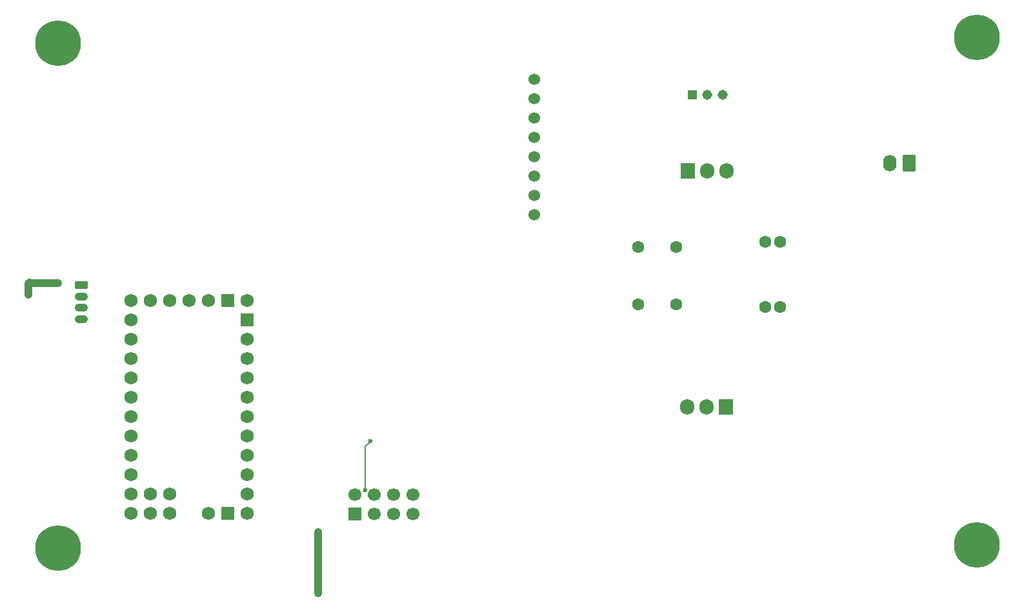
<source format=gbr>
%TF.GenerationSoftware,KiCad,Pcbnew,8.0.4*%
%TF.CreationDate,2024-08-12T16:36:46-06:00*%
%TF.ProjectId,eTerrena,65546572-7265-46e6-912e-6b696361645f,rev?*%
%TF.SameCoordinates,Original*%
%TF.FileFunction,Copper,L1,Top*%
%TF.FilePolarity,Positive*%
%FSLAX46Y46*%
G04 Gerber Fmt 4.6, Leading zero omitted, Abs format (unit mm)*
G04 Created by KiCad (PCBNEW 8.0.4) date 2024-08-12 16:36:46*
%MOMM*%
%LPD*%
G01*
G04 APERTURE LIST*
G04 Aperture macros list*
%AMRoundRect*
0 Rectangle with rounded corners*
0 $1 Rounding radius*
0 $2 $3 $4 $5 $6 $7 $8 $9 X,Y pos of 4 corners*
0 Add a 4 corners polygon primitive as box body*
4,1,4,$2,$3,$4,$5,$6,$7,$8,$9,$2,$3,0*
0 Add four circle primitives for the rounded corners*
1,1,$1+$1,$2,$3*
1,1,$1+$1,$4,$5*
1,1,$1+$1,$6,$7*
1,1,$1+$1,$8,$9*
0 Add four rect primitives between the rounded corners*
20,1,$1+$1,$2,$3,$4,$5,0*
20,1,$1+$1,$4,$5,$6,$7,0*
20,1,$1+$1,$6,$7,$8,$9,0*
20,1,$1+$1,$8,$9,$2,$3,0*%
G04 Aperture macros list end*
%TA.AperFunction,ComponentPad*%
%ADD10C,1.600000*%
%TD*%
%TA.AperFunction,ComponentPad*%
%ADD11C,1.530000*%
%TD*%
%TA.AperFunction,ComponentPad*%
%ADD12C,6.000000*%
%TD*%
%TA.AperFunction,ComponentPad*%
%ADD13R,1.308000X1.308000*%
%TD*%
%TA.AperFunction,ComponentPad*%
%ADD14C,1.308000*%
%TD*%
%TA.AperFunction,ComponentPad*%
%ADD15RoundRect,0.250000X0.620000X0.845000X-0.620000X0.845000X-0.620000X-0.845000X0.620000X-0.845000X0*%
%TD*%
%TA.AperFunction,ComponentPad*%
%ADD16O,1.740000X2.190000*%
%TD*%
%TA.AperFunction,ComponentPad*%
%ADD17C,1.727200*%
%TD*%
%TA.AperFunction,ComponentPad*%
%ADD18R,1.727200X1.727200*%
%TD*%
%TA.AperFunction,ComponentPad*%
%ADD19RoundRect,0.250000X-0.615000X0.265000X-0.615000X-0.265000X0.615000X-0.265000X0.615000X0.265000X0*%
%TD*%
%TA.AperFunction,ComponentPad*%
%ADD20O,1.730000X1.030000*%
%TD*%
%TA.AperFunction,ComponentPad*%
%ADD21R,1.700000X1.700000*%
%TD*%
%TA.AperFunction,ComponentPad*%
%ADD22C,1.700000*%
%TD*%
%TA.AperFunction,ComponentPad*%
%ADD23R,1.905000X2.000000*%
%TD*%
%TA.AperFunction,ComponentPad*%
%ADD24O,1.905000X2.000000*%
%TD*%
%TA.AperFunction,ViaPad*%
%ADD25C,0.600000*%
%TD*%
%TA.AperFunction,Conductor*%
%ADD26C,0.200000*%
%TD*%
%TA.AperFunction,Conductor*%
%ADD27C,1.000000*%
%TD*%
G04 APERTURE END LIST*
D10*
%TO.P,cElectrolitico1,1*%
%TO.N,3.3v*%
X180650000Y-108825000D03*
%TO.P,cElectrolitico1,2*%
%TO.N,GND*%
X178650000Y-108825000D03*
%TD*%
%TO.P,cCeramicoDisco2,1*%
%TO.N,Net-(regulador3V1-Vin)*%
X162000000Y-108500000D03*
%TO.P,cCeramicoDisco2,2*%
%TO.N,GND*%
X167000000Y-108500000D03*
%TD*%
D11*
%TO.P,microSDBreakoutboard+1,1,CD*%
%TO.N,unconnected-(microSDBreakoutboard+1-CD-Pad1)*%
X148366000Y-78950000D03*
%TO.P,microSDBreakoutboard+1,2,CS*%
%TO.N,Net-(microSDBreakoutboard+1-CS)*%
X148366000Y-81490000D03*
%TO.P,microSDBreakoutboard+1,3,DI*%
%TO.N,Net-(Radio1-MOSI)*%
X148366000Y-84030000D03*
%TO.P,microSDBreakoutboard+1,4,DO*%
%TO.N,Net-(Radio1-MISO)*%
X148366000Y-86570000D03*
%TO.P,microSDBreakoutboard+1,5,CLK*%
%TO.N,Net-(Radio1-SCK)*%
X148366000Y-89110000D03*
%TO.P,microSDBreakoutboard+1,6,GND*%
%TO.N,GND*%
X148366000Y-91650000D03*
%TO.P,microSDBreakoutboard+1,7,3V*%
%TO.N,unconnected-(microSDBreakoutboard+1-3V-Pad7)*%
X148366000Y-94190000D03*
%TO.P,microSDBreakoutboard+1,8,5V*%
%TO.N,+3.3V*%
X148366000Y-96730000D03*
%TD*%
D12*
%TO.P,tornillo2,2*%
%TO.N,N/C*%
X206450000Y-73500000D03*
%TD*%
D13*
%TO.P,Switch1,1,1*%
%TO.N,+9V*%
X169100000Y-81000000D03*
D14*
%TO.P,Switch1,2,2*%
%TO.N,Net-(regulador3V1-Vin)*%
X171100000Y-81000000D03*
%TO.P,Switch1,3,3*%
%TO.N,unconnected-(Switch1-Pad3)*%
X173100000Y-81000000D03*
%TD*%
D10*
%TO.P,cCeramicoDisco1,1*%
%TO.N,Net-(regulador3V1-Vin)*%
X162000000Y-101000000D03*
%TO.P,cCeramicoDisco1,2*%
%TO.N,GND*%
X167000000Y-101000000D03*
%TD*%
D15*
%TO.P,SocketEntrada1,1,Pin_1*%
%TO.N,+9V*%
X197600000Y-90000000D03*
D16*
%TO.P,SocketEntrada1,2,Pin_2*%
%TO.N,GND*%
X195060000Y-90000000D03*
%TD*%
D12*
%TO.P,tornillo1,1*%
%TO.N,N/C*%
X85875000Y-74250000D03*
%TD*%
D17*
%TO.P,ArduinoMini5,5V1,5V*%
%TO.N,+3.3V*%
X110700000Y-115620000D03*
%TO.P,ArduinoMini5,5V2,SPI_5V*%
%TO.N,unconnected-(ArduinoMini5-SPI_5V-Pad5V2)*%
X105620000Y-108000000D03*
%TO.P,ArduinoMini5,5V3*%
%TO.N,N/C*%
X105620000Y-135940000D03*
%TO.P,ArduinoMini5,A0,A0*%
%TO.N,unconnected-(ArduinoMini5-PadA0)*%
X110700000Y-125780000D03*
%TO.P,ArduinoMini5,A1,A1*%
%TO.N,unconnected-(ArduinoMini5-PadA1)*%
X110700000Y-123240000D03*
%TO.P,ArduinoMini5,A2,A2*%
%TO.N,unconnected-(ArduinoMini5-PadA2)*%
X110700000Y-120700000D03*
%TO.P,ArduinoMini5,A3,A3*%
%TO.N,unconnected-(ArduinoMini5-PadA3)*%
X110700000Y-118160000D03*
%TO.P,ArduinoMini5,A4,A4*%
%TO.N,unconnected-(ArduinoMini5-PadA4)*%
X98000000Y-135940000D03*
%TO.P,ArduinoMini5,A5,A5*%
%TO.N,unconnected-(ArduinoMini5-PadA5)*%
X100540000Y-135940000D03*
%TO.P,ArduinoMini5,A6*%
%TO.N,N/C*%
X98000000Y-133400000D03*
%TO.P,ArduinoMini5,A7*%
X100540000Y-133400000D03*
%TO.P,ArduinoMini5,D0,D0/RX*%
%TO.N,TX FT232RL*%
X95460000Y-110540000D03*
%TO.P,ArduinoMini5,D1,D1/TX*%
%TO.N,RX FT232RL*%
X95460000Y-108000000D03*
%TO.P,ArduinoMini5,D2,D2*%
%TO.N,unconnected-(ArduinoMini5-PadD2)*%
X95460000Y-118160000D03*
%TO.P,ArduinoMini5,D3,D3*%
%TO.N,unconnected-(ArduinoMini5-PadD3)*%
X95460000Y-120700000D03*
%TO.P,ArduinoMini5,D4,D4*%
%TO.N,Net-(microSDBreakoutboard+1-CS)*%
X95460000Y-123240000D03*
%TO.P,ArduinoMini5,D5,D5*%
%TO.N,unconnected-(ArduinoMini5-PadD5)*%
X95460000Y-125780000D03*
%TO.P,ArduinoMini5,D6,D6*%
%TO.N,unconnected-(ArduinoMini5-PadD6)*%
X95460000Y-128320000D03*
%TO.P,ArduinoMini5,D7,D7*%
%TO.N,Net-(Radio1-~{CSN})*%
X95460000Y-130860000D03*
%TO.P,ArduinoMini5,D8,D8*%
%TO.N,Net-(Radio1-CE)*%
X95460000Y-133400000D03*
%TO.P,ArduinoMini5,D9,D9*%
%TO.N,unconnected-(ArduinoMini5-PadD9)*%
X95460000Y-135940000D03*
%TO.P,ArduinoMini5,D10,D10_CS*%
%TO.N,unconnected-(ArduinoMini5-D10_CS-PadD10)*%
X110700000Y-135940000D03*
%TO.P,ArduinoMini5,D11,D11*%
%TO.N,Net-(Radio1-MOSI)*%
X110700000Y-133400000D03*
%TO.P,ArduinoMini5,D12,D12*%
%TO.N,Net-(Radio1-MISO)*%
X110700000Y-130860000D03*
%TO.P,ArduinoMini5,D13,D13*%
%TO.N,Net-(Radio1-SCK)*%
X110700000Y-128320000D03*
D18*
%TO.P,ArduinoMini5,GND2,GND*%
%TO.N,unconnected-(ArduinoMini5-GND-PadGND2)*%
X110700000Y-110540000D03*
%TO.P,ArduinoMini5,GND3,GND*%
%TO.N,unconnected-(ArduinoMini5-GND-PadGND3)*%
X108160000Y-108000000D03*
%TO.P,ArduinoMini5,GND4,SPI_GND*%
%TO.N,unconnected-(ArduinoMini5-SPI_GND-PadGND4)*%
X108160000Y-135940000D03*
D17*
%TO.P,ArduinoMini5,L0*%
%TO.N,N/C*%
X95460000Y-113080000D03*
%TO.P,ArduinoMini5,L1*%
X95460000Y-115620000D03*
%TO.P,ArduinoMini5,L2*%
X98000000Y-108000000D03*
%TO.P,ArduinoMini5,RST2,SPI_RESET*%
%TO.N,unconnected-(ArduinoMini5-SPI_RESET-PadRST2)*%
X110700000Y-113080000D03*
%TO.P,ArduinoMini5,RX*%
%TO.N,N/C*%
X103080000Y-108000000D03*
%TO.P,ArduinoMini5,TX*%
X100540000Y-108000000D03*
%TO.P,ArduinoMini5,VIN,VIN*%
%TO.N,unconnected-(ArduinoMini5-PadVIN)*%
X110700000Y-108000000D03*
%TD*%
D19*
%TO.P,conectorFT232RL1,1,Pin_1*%
%TO.N,GND*%
X88925000Y-105975000D03*
D20*
%TO.P,conectorFT232RL1,2,Pin_2*%
%TO.N,+3.3V*%
X88925000Y-107475000D03*
%TO.P,conectorFT232RL1,3,Pin_3*%
%TO.N,TX FT232RL*%
X88925000Y-108975000D03*
%TO.P,conectorFT232RL1,4,Pin_4*%
%TO.N,RX FT232RL*%
X88925000Y-110475000D03*
%TD*%
D12*
%TO.P,tornillo3,3*%
%TO.N,N/C*%
X85875000Y-140500000D03*
%TD*%
D21*
%TO.P,Radio1,1,GND*%
%TO.N,GND*%
X124880000Y-136040000D03*
D22*
%TO.P,Radio1,2,VCC*%
%TO.N,+3.3V*%
X124880000Y-133500000D03*
%TO.P,Radio1,3,CE*%
%TO.N,Net-(Radio1-CE)*%
X127420000Y-136040000D03*
%TO.P,Radio1,4,~{CSN}*%
%TO.N,Net-(Radio1-~{CSN})*%
X127420000Y-133500000D03*
%TO.P,Radio1,5,SCK*%
%TO.N,Net-(Radio1-SCK)*%
X129960000Y-136040000D03*
%TO.P,Radio1,6,MOSI*%
%TO.N,Net-(Radio1-MOSI)*%
X129960000Y-133500000D03*
%TO.P,Radio1,7,MISO*%
%TO.N,Net-(Radio1-MISO)*%
X132500000Y-136040000D03*
%TO.P,Radio1,8,IRQ*%
%TO.N,unconnected-(Radio1-IRQ-Pad8)*%
X132500000Y-133500000D03*
%TD*%
D23*
%TO.P,regulador3V1,1,GND*%
%TO.N,GND*%
X173540000Y-122000000D03*
D24*
%TO.P,regulador3V1,2,Vout*%
%TO.N,3.3v*%
X171000000Y-122000000D03*
%TO.P,regulador3V1,3,Vin*%
%TO.N,Net-(regulador3V1-Vin)*%
X168460000Y-122000000D03*
%TD*%
D23*
%TO.P,regulador5v1,1,IN*%
%TO.N,Net-(regulador3V1-Vin)*%
X168520000Y-91000000D03*
D24*
%TO.P,regulador5v1,2,GND*%
%TO.N,GND*%
X171060000Y-91000000D03*
%TO.P,regulador5v1,3,OUT*%
%TO.N,5v*%
X173600000Y-91000000D03*
%TD*%
D12*
%TO.P,tornillo4,4*%
%TO.N,N/C*%
X206450000Y-140125000D03*
%TD*%
D10*
%TO.P,CElectrolitico2,1*%
%TO.N,5v*%
X180650000Y-100325000D03*
%TO.P,CElectrolitico2,2*%
%TO.N,GND*%
X178650000Y-100325000D03*
%TD*%
D25*
%TO.N,GND*%
X120000000Y-146500000D03*
X126875000Y-126500000D03*
X81975000Y-107225000D03*
X85900000Y-105750000D03*
X126187115Y-132950000D03*
X120000000Y-138400000D03*
%TD*%
D26*
%TO.N,GND*%
X126187115Y-127187885D02*
X126675000Y-126700000D01*
D27*
X82175000Y-105650000D02*
X81975000Y-105850000D01*
D26*
X126675000Y-126700000D02*
X126875000Y-126500000D01*
X126187115Y-132950000D02*
X126187115Y-127187885D01*
D27*
X85900000Y-105750000D02*
X82275000Y-105750000D01*
X82275000Y-105750000D02*
X82175000Y-105650000D01*
X120000000Y-138950000D02*
X120000000Y-138400000D01*
X120000000Y-146500000D02*
X120000000Y-138950000D01*
X81975000Y-105850000D02*
X81975000Y-107225000D01*
%TD*%
M02*

</source>
